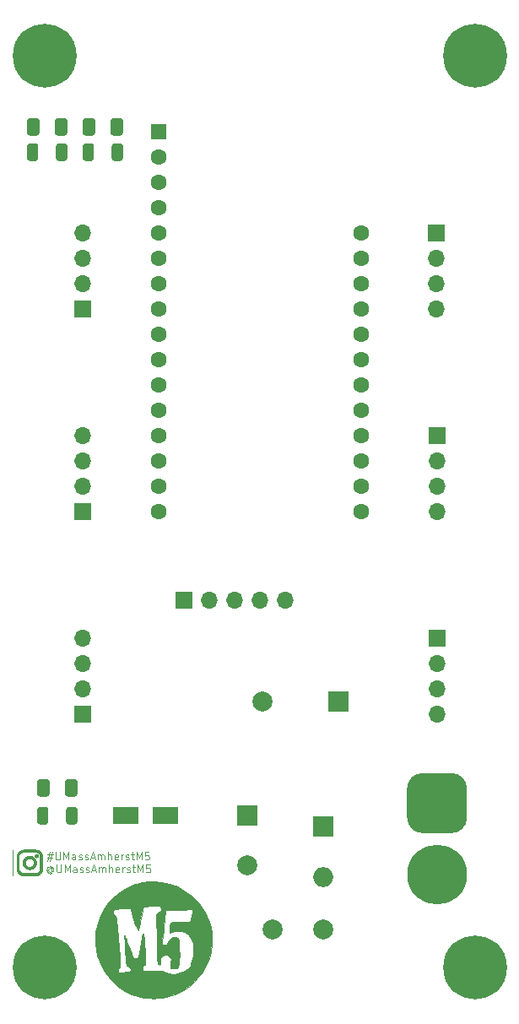
<source format=gts>
G04 #@! TF.GenerationSoftware,KiCad,Pcbnew,(5.1.10)-1*
G04 #@! TF.CreationDate,2022-02-12T13:03:44-05:00*
G04 #@! TF.ProjectId,M5_BuggyProject,4d355f42-7567-4677-9950-726f6a656374,v1.0*
G04 #@! TF.SameCoordinates,Original*
G04 #@! TF.FileFunction,Soldermask,Top*
G04 #@! TF.FilePolarity,Negative*
%FSLAX46Y46*%
G04 Gerber Fmt 4.6, Leading zero omitted, Abs format (unit mm)*
G04 Created by KiCad (PCBNEW (5.1.10)-1) date 2022-02-12 13:03:44*
%MOMM*%
%LPD*%
G01*
G04 APERTURE LIST*
%ADD10C,0.120000*%
%ADD11C,0.076200*%
%ADD12C,0.010000*%
%ADD13C,1.600000*%
%ADD14R,1.600000X1.600000*%
%ADD15R,1.700000X1.700000*%
%ADD16O,1.700000X1.700000*%
%ADD17R,2.000000X2.000000*%
%ADD18C,2.000000*%
%ADD19O,2.000000X2.000000*%
%ADD20C,6.000000*%
%ADD21R,2.500000X1.700000*%
%ADD22C,6.400000*%
%ADD23C,0.800000*%
G04 APERTURE END LIST*
D10*
X72263000Y-109855000D02*
X72263000Y-112395000D01*
D11*
X76136500Y-111741857D02*
X76100214Y-111705571D01*
X76027642Y-111669285D01*
X75955071Y-111669285D01*
X75882500Y-111705571D01*
X75846214Y-111741857D01*
X75809928Y-111814428D01*
X75809928Y-111887000D01*
X75846214Y-111959571D01*
X75882500Y-111995857D01*
X75955071Y-112032142D01*
X76027642Y-112032142D01*
X76100214Y-111995857D01*
X76136500Y-111959571D01*
X76136500Y-111669285D02*
X76136500Y-111959571D01*
X76172785Y-111995857D01*
X76209071Y-111995857D01*
X76281642Y-111959571D01*
X76317928Y-111887000D01*
X76317928Y-111705571D01*
X76245357Y-111596714D01*
X76136500Y-111524142D01*
X75991357Y-111487857D01*
X75846214Y-111524142D01*
X75737357Y-111596714D01*
X75664785Y-111705571D01*
X75628500Y-111850714D01*
X75664785Y-111995857D01*
X75737357Y-112104714D01*
X75846214Y-112177285D01*
X75991357Y-112213571D01*
X76136500Y-112177285D01*
X76245357Y-112104714D01*
X76644500Y-111342714D02*
X76644500Y-111959571D01*
X76680785Y-112032142D01*
X76717071Y-112068428D01*
X76789642Y-112104714D01*
X76934785Y-112104714D01*
X77007357Y-112068428D01*
X77043642Y-112032142D01*
X77079928Y-111959571D01*
X77079928Y-111342714D01*
X77442785Y-112104714D02*
X77442785Y-111342714D01*
X77696785Y-111887000D01*
X77950785Y-111342714D01*
X77950785Y-112104714D01*
X78640214Y-112104714D02*
X78640214Y-111705571D01*
X78603928Y-111633000D01*
X78531357Y-111596714D01*
X78386214Y-111596714D01*
X78313642Y-111633000D01*
X78640214Y-112068428D02*
X78567642Y-112104714D01*
X78386214Y-112104714D01*
X78313642Y-112068428D01*
X78277357Y-111995857D01*
X78277357Y-111923285D01*
X78313642Y-111850714D01*
X78386214Y-111814428D01*
X78567642Y-111814428D01*
X78640214Y-111778142D01*
X78966785Y-112068428D02*
X79039357Y-112104714D01*
X79184500Y-112104714D01*
X79257071Y-112068428D01*
X79293357Y-111995857D01*
X79293357Y-111959571D01*
X79257071Y-111887000D01*
X79184500Y-111850714D01*
X79075642Y-111850714D01*
X79003071Y-111814428D01*
X78966785Y-111741857D01*
X78966785Y-111705571D01*
X79003071Y-111633000D01*
X79075642Y-111596714D01*
X79184500Y-111596714D01*
X79257071Y-111633000D01*
X79583642Y-112068428D02*
X79656214Y-112104714D01*
X79801357Y-112104714D01*
X79873928Y-112068428D01*
X79910214Y-111995857D01*
X79910214Y-111959571D01*
X79873928Y-111887000D01*
X79801357Y-111850714D01*
X79692500Y-111850714D01*
X79619928Y-111814428D01*
X79583642Y-111741857D01*
X79583642Y-111705571D01*
X79619928Y-111633000D01*
X79692500Y-111596714D01*
X79801357Y-111596714D01*
X79873928Y-111633000D01*
X80200500Y-111887000D02*
X80563357Y-111887000D01*
X80127928Y-112104714D02*
X80381928Y-111342714D01*
X80635928Y-112104714D01*
X80889928Y-112104714D02*
X80889928Y-111596714D01*
X80889928Y-111669285D02*
X80926214Y-111633000D01*
X80998785Y-111596714D01*
X81107642Y-111596714D01*
X81180214Y-111633000D01*
X81216500Y-111705571D01*
X81216500Y-112104714D01*
X81216500Y-111705571D02*
X81252785Y-111633000D01*
X81325357Y-111596714D01*
X81434214Y-111596714D01*
X81506785Y-111633000D01*
X81543071Y-111705571D01*
X81543071Y-112104714D01*
X81905928Y-112104714D02*
X81905928Y-111342714D01*
X82232500Y-112104714D02*
X82232500Y-111705571D01*
X82196214Y-111633000D01*
X82123642Y-111596714D01*
X82014785Y-111596714D01*
X81942214Y-111633000D01*
X81905928Y-111669285D01*
X82885642Y-112068428D02*
X82813071Y-112104714D01*
X82667928Y-112104714D01*
X82595357Y-112068428D01*
X82559071Y-111995857D01*
X82559071Y-111705571D01*
X82595357Y-111633000D01*
X82667928Y-111596714D01*
X82813071Y-111596714D01*
X82885642Y-111633000D01*
X82921928Y-111705571D01*
X82921928Y-111778142D01*
X82559071Y-111850714D01*
X83248500Y-112104714D02*
X83248500Y-111596714D01*
X83248500Y-111741857D02*
X83284785Y-111669285D01*
X83321071Y-111633000D01*
X83393642Y-111596714D01*
X83466214Y-111596714D01*
X83683928Y-112068428D02*
X83756500Y-112104714D01*
X83901642Y-112104714D01*
X83974214Y-112068428D01*
X84010500Y-111995857D01*
X84010500Y-111959571D01*
X83974214Y-111887000D01*
X83901642Y-111850714D01*
X83792785Y-111850714D01*
X83720214Y-111814428D01*
X83683928Y-111741857D01*
X83683928Y-111705571D01*
X83720214Y-111633000D01*
X83792785Y-111596714D01*
X83901642Y-111596714D01*
X83974214Y-111633000D01*
X84228214Y-111596714D02*
X84518500Y-111596714D01*
X84337071Y-111342714D02*
X84337071Y-111995857D01*
X84373357Y-112068428D01*
X84445928Y-112104714D01*
X84518500Y-112104714D01*
X84772500Y-112104714D02*
X84772500Y-111342714D01*
X85026500Y-111887000D01*
X85280500Y-111342714D01*
X85280500Y-112104714D01*
X86006214Y-111342714D02*
X85643357Y-111342714D01*
X85607071Y-111705571D01*
X85643357Y-111669285D01*
X85715928Y-111633000D01*
X85897357Y-111633000D01*
X85969928Y-111669285D01*
X86006214Y-111705571D01*
X86042500Y-111778142D01*
X86042500Y-111959571D01*
X86006214Y-112032142D01*
X85969928Y-112068428D01*
X85897357Y-112104714D01*
X85715928Y-112104714D01*
X85643357Y-112068428D01*
X85607071Y-112032142D01*
X75737357Y-110326714D02*
X76281642Y-110326714D01*
X75955071Y-110000142D02*
X75737357Y-110979857D01*
X76209071Y-110653285D02*
X75664785Y-110653285D01*
X75991357Y-110979857D02*
X76209071Y-110000142D01*
X76535642Y-110072714D02*
X76535642Y-110689571D01*
X76571928Y-110762142D01*
X76608214Y-110798428D01*
X76680785Y-110834714D01*
X76825928Y-110834714D01*
X76898500Y-110798428D01*
X76934785Y-110762142D01*
X76971071Y-110689571D01*
X76971071Y-110072714D01*
X77333928Y-110834714D02*
X77333928Y-110072714D01*
X77587928Y-110617000D01*
X77841928Y-110072714D01*
X77841928Y-110834714D01*
X78531357Y-110834714D02*
X78531357Y-110435571D01*
X78495071Y-110363000D01*
X78422500Y-110326714D01*
X78277357Y-110326714D01*
X78204785Y-110363000D01*
X78531357Y-110798428D02*
X78458785Y-110834714D01*
X78277357Y-110834714D01*
X78204785Y-110798428D01*
X78168500Y-110725857D01*
X78168500Y-110653285D01*
X78204785Y-110580714D01*
X78277357Y-110544428D01*
X78458785Y-110544428D01*
X78531357Y-110508142D01*
X78857928Y-110798428D02*
X78930500Y-110834714D01*
X79075642Y-110834714D01*
X79148214Y-110798428D01*
X79184500Y-110725857D01*
X79184500Y-110689571D01*
X79148214Y-110617000D01*
X79075642Y-110580714D01*
X78966785Y-110580714D01*
X78894214Y-110544428D01*
X78857928Y-110471857D01*
X78857928Y-110435571D01*
X78894214Y-110363000D01*
X78966785Y-110326714D01*
X79075642Y-110326714D01*
X79148214Y-110363000D01*
X79474785Y-110798428D02*
X79547357Y-110834714D01*
X79692500Y-110834714D01*
X79765071Y-110798428D01*
X79801357Y-110725857D01*
X79801357Y-110689571D01*
X79765071Y-110617000D01*
X79692500Y-110580714D01*
X79583642Y-110580714D01*
X79511071Y-110544428D01*
X79474785Y-110471857D01*
X79474785Y-110435571D01*
X79511071Y-110363000D01*
X79583642Y-110326714D01*
X79692500Y-110326714D01*
X79765071Y-110363000D01*
X80091642Y-110617000D02*
X80454500Y-110617000D01*
X80019071Y-110834714D02*
X80273071Y-110072714D01*
X80527071Y-110834714D01*
X80781071Y-110834714D02*
X80781071Y-110326714D01*
X80781071Y-110399285D02*
X80817357Y-110363000D01*
X80889928Y-110326714D01*
X80998785Y-110326714D01*
X81071357Y-110363000D01*
X81107642Y-110435571D01*
X81107642Y-110834714D01*
X81107642Y-110435571D02*
X81143928Y-110363000D01*
X81216500Y-110326714D01*
X81325357Y-110326714D01*
X81397928Y-110363000D01*
X81434214Y-110435571D01*
X81434214Y-110834714D01*
X81797071Y-110834714D02*
X81797071Y-110072714D01*
X82123642Y-110834714D02*
X82123642Y-110435571D01*
X82087357Y-110363000D01*
X82014785Y-110326714D01*
X81905928Y-110326714D01*
X81833357Y-110363000D01*
X81797071Y-110399285D01*
X82776785Y-110798428D02*
X82704214Y-110834714D01*
X82559071Y-110834714D01*
X82486500Y-110798428D01*
X82450214Y-110725857D01*
X82450214Y-110435571D01*
X82486500Y-110363000D01*
X82559071Y-110326714D01*
X82704214Y-110326714D01*
X82776785Y-110363000D01*
X82813071Y-110435571D01*
X82813071Y-110508142D01*
X82450214Y-110580714D01*
X83139642Y-110834714D02*
X83139642Y-110326714D01*
X83139642Y-110471857D02*
X83175928Y-110399285D01*
X83212214Y-110363000D01*
X83284785Y-110326714D01*
X83357357Y-110326714D01*
X83575071Y-110798428D02*
X83647642Y-110834714D01*
X83792785Y-110834714D01*
X83865357Y-110798428D01*
X83901642Y-110725857D01*
X83901642Y-110689571D01*
X83865357Y-110617000D01*
X83792785Y-110580714D01*
X83683928Y-110580714D01*
X83611357Y-110544428D01*
X83575071Y-110471857D01*
X83575071Y-110435571D01*
X83611357Y-110363000D01*
X83683928Y-110326714D01*
X83792785Y-110326714D01*
X83865357Y-110363000D01*
X84119357Y-110326714D02*
X84409642Y-110326714D01*
X84228214Y-110072714D02*
X84228214Y-110725857D01*
X84264500Y-110798428D01*
X84337071Y-110834714D01*
X84409642Y-110834714D01*
X84663642Y-110834714D02*
X84663642Y-110072714D01*
X84917642Y-110617000D01*
X85171642Y-110072714D01*
X85171642Y-110834714D01*
X85897357Y-110072714D02*
X85534500Y-110072714D01*
X85498214Y-110435571D01*
X85534500Y-110399285D01*
X85607071Y-110363000D01*
X85788500Y-110363000D01*
X85861071Y-110399285D01*
X85897357Y-110435571D01*
X85933642Y-110508142D01*
X85933642Y-110689571D01*
X85897357Y-110762142D01*
X85861071Y-110798428D01*
X85788500Y-110834714D01*
X85607071Y-110834714D01*
X85534500Y-110798428D01*
X85498214Y-110762142D01*
D12*
G04 #@! TO.C,G\u002A\u002A\u002A*
G36*
X87083612Y-113054282D02*
G01*
X87668964Y-113157303D01*
X88241071Y-113319947D01*
X88795001Y-113541798D01*
X88915875Y-113599463D01*
X89448188Y-113895072D01*
X89939894Y-114236601D01*
X90389131Y-114620243D01*
X90794037Y-115042193D01*
X91152750Y-115498647D01*
X91463408Y-115985799D01*
X91724150Y-116499843D01*
X91933114Y-117036975D01*
X92088437Y-117593389D01*
X92188259Y-118165280D01*
X92230716Y-118748843D01*
X92213948Y-119340272D01*
X92136093Y-119935763D01*
X92101485Y-120110250D01*
X91948138Y-120679889D01*
X91738530Y-121226938D01*
X91476295Y-121747776D01*
X91165066Y-122238779D01*
X90808477Y-122696328D01*
X90410160Y-123116799D01*
X89973750Y-123496572D01*
X89502880Y-123832025D01*
X89001183Y-124119536D01*
X88472293Y-124355483D01*
X87919843Y-124536246D01*
X87580822Y-124616253D01*
X87187201Y-124680987D01*
X86772362Y-124722364D01*
X86361194Y-124738741D01*
X85978586Y-124728478D01*
X85931375Y-124725033D01*
X85315753Y-124645816D01*
X84723030Y-124507641D01*
X84154560Y-124311079D01*
X83611695Y-124056699D01*
X83095788Y-123745072D01*
X82608193Y-123376767D01*
X82489986Y-123275117D01*
X82112799Y-122907512D01*
X81761307Y-122495945D01*
X81444365Y-122053014D01*
X81170827Y-121591316D01*
X80949547Y-121123448D01*
X80912634Y-121031000D01*
X80715626Y-120437978D01*
X80581630Y-119842268D01*
X80510570Y-119245878D01*
X80502369Y-118650816D01*
X80556953Y-118059090D01*
X80674246Y-117472708D01*
X80854171Y-116893678D01*
X81089537Y-116338730D01*
X81180415Y-116172656D01*
X82329705Y-116172656D01*
X82339407Y-116244272D01*
X82372186Y-116309373D01*
X82436617Y-116392871D01*
X82452329Y-116411887D01*
X82527795Y-116514514D01*
X82588235Y-116617391D01*
X82614861Y-116681250D01*
X82622899Y-116731296D01*
X82635633Y-116838263D01*
X82652495Y-116995790D01*
X82672914Y-117197517D01*
X82696320Y-117437083D01*
X82722142Y-117708128D01*
X82749812Y-118004291D01*
X82778758Y-118319212D01*
X82808410Y-118646531D01*
X82838199Y-118979887D01*
X82867555Y-119312919D01*
X82895907Y-119639267D01*
X82922685Y-119952570D01*
X82947320Y-120246469D01*
X82969241Y-120514602D01*
X82987878Y-120750610D01*
X83002661Y-120948131D01*
X83013020Y-121100805D01*
X83016690Y-121164610D01*
X83024331Y-121323668D01*
X83026616Y-121433265D01*
X83021666Y-121507346D01*
X83007598Y-121559855D01*
X82982535Y-121604735D01*
X82951694Y-121646628D01*
X82856036Y-121798429D01*
X82815122Y-121935023D01*
X82819207Y-122038732D01*
X82832976Y-122096984D01*
X82857501Y-122127860D01*
X82909726Y-122140051D01*
X83006596Y-122142245D01*
X83021069Y-122142250D01*
X83134506Y-122137918D01*
X83280283Y-122126185D01*
X83443911Y-122108942D01*
X83610904Y-122088084D01*
X83766774Y-122065501D01*
X83897034Y-122043086D01*
X83987195Y-122022732D01*
X84016054Y-122012277D01*
X84058774Y-121957451D01*
X84074184Y-121868959D01*
X84059941Y-121771522D01*
X84042757Y-121730448D01*
X83999452Y-121682397D01*
X83920428Y-121619552D01*
X83851377Y-121573537D01*
X83759245Y-121507863D01*
X83689576Y-121441817D01*
X83664098Y-121403616D01*
X83640409Y-121313734D01*
X83615376Y-121169548D01*
X83589979Y-120980208D01*
X83565197Y-120754866D01*
X83542009Y-120502677D01*
X83521397Y-120232790D01*
X83504339Y-119954359D01*
X83500139Y-119872125D01*
X83483510Y-119528883D01*
X83469915Y-119243847D01*
X83459196Y-119011799D01*
X83451193Y-118827526D01*
X83445748Y-118685812D01*
X83442702Y-118581441D01*
X83441896Y-118509199D01*
X83443172Y-118463871D01*
X83446370Y-118440240D01*
X83451332Y-118433093D01*
X83456402Y-118435677D01*
X83472844Y-118470093D01*
X83508338Y-118557321D01*
X83560258Y-118690485D01*
X83625979Y-118862712D01*
X83702878Y-119067125D01*
X83788328Y-119296850D01*
X83874023Y-119529510D01*
X83966300Y-119778792D01*
X84053895Y-120010861D01*
X84133961Y-120218518D01*
X84203654Y-120394564D01*
X84260127Y-120531799D01*
X84300534Y-120623026D01*
X84320929Y-120659973D01*
X84390702Y-120696971D01*
X84496197Y-120710684D01*
X84614783Y-120702873D01*
X84723826Y-120675295D01*
X84800697Y-120629710D01*
X84807469Y-120622158D01*
X84831588Y-120567631D01*
X84863139Y-120458696D01*
X84900455Y-120303790D01*
X84941868Y-120111350D01*
X84985711Y-119889812D01*
X85030317Y-119647613D01*
X85074018Y-119393191D01*
X85115147Y-119134982D01*
X85152037Y-118881422D01*
X85153332Y-118872000D01*
X85185652Y-118640231D01*
X85211898Y-118466104D01*
X85233913Y-118344255D01*
X85253543Y-118269321D01*
X85272631Y-118235938D01*
X85293021Y-118238743D01*
X85316557Y-118272373D01*
X85341727Y-118324065D01*
X85357907Y-118369327D01*
X85373099Y-118434649D01*
X85387778Y-118525161D01*
X85402416Y-118645996D01*
X85417487Y-118802285D01*
X85433465Y-118999160D01*
X85450825Y-119241753D01*
X85470039Y-119535194D01*
X85491582Y-119884617D01*
X85502193Y-120062003D01*
X85521036Y-120377029D01*
X85536401Y-120634651D01*
X85548121Y-120840880D01*
X85556032Y-121001725D01*
X85559967Y-121123196D01*
X85559760Y-121211303D01*
X85555247Y-121272056D01*
X85546261Y-121311464D01*
X85532636Y-121335538D01*
X85514208Y-121350288D01*
X85490809Y-121361723D01*
X85466027Y-121373789D01*
X85349508Y-121446543D01*
X85282469Y-121519303D01*
X85253151Y-121608858D01*
X85248750Y-121683962D01*
X85256265Y-121787755D01*
X85275099Y-121873829D01*
X85283525Y-121893903D01*
X85295188Y-121912310D01*
X85312842Y-121926770D01*
X85343408Y-121937664D01*
X85393807Y-121945374D01*
X85470961Y-121950280D01*
X85581791Y-121952762D01*
X85733218Y-121953203D01*
X85932164Y-121951983D01*
X86185550Y-121949483D01*
X86275713Y-121948513D01*
X87233125Y-121938144D01*
X87439500Y-122052464D01*
X87551889Y-122109138D01*
X87673273Y-122157328D01*
X87818332Y-122201714D01*
X88001747Y-122246976D01*
X88153875Y-122280221D01*
X88310323Y-122295664D01*
X88507536Y-122283091D01*
X88753209Y-122241991D01*
X88764111Y-122239755D01*
X89019361Y-122169758D01*
X89275898Y-122068095D01*
X89519724Y-121942526D01*
X89736841Y-121800809D01*
X89913248Y-121650703D01*
X89995844Y-121557081D01*
X90065769Y-121438727D01*
X90138314Y-121267337D01*
X90210016Y-121053086D01*
X90277412Y-120806145D01*
X90328227Y-120580588D01*
X90355562Y-120436338D01*
X90374160Y-120305753D01*
X90385171Y-120171741D01*
X90389747Y-120017206D01*
X90389038Y-119825054D01*
X90387021Y-119707463D01*
X90376375Y-119173625D01*
X90217727Y-118872000D01*
X90036974Y-118581661D01*
X89830078Y-118347671D01*
X89598063Y-118171119D01*
X89514921Y-118125018D01*
X89424717Y-118082324D01*
X89343531Y-118054012D01*
X89253157Y-118036540D01*
X89135389Y-118026367D01*
X88975262Y-118020049D01*
X88566149Y-118033389D01*
X88161893Y-118095153D01*
X88014274Y-118131003D01*
X87938174Y-118151594D01*
X87960990Y-117810989D01*
X87980122Y-117564458D01*
X88000863Y-117376829D01*
X88023993Y-117243507D01*
X88050297Y-117159899D01*
X88078244Y-117122763D01*
X88120270Y-117115605D01*
X88217352Y-117109096D01*
X88361046Y-117103486D01*
X88542907Y-117099026D01*
X88754495Y-117095963D01*
X88987363Y-117094548D01*
X89034937Y-117094486D01*
X89300782Y-117094108D01*
X89510406Y-117092988D01*
X89671088Y-117090675D01*
X89790107Y-117086717D01*
X89874741Y-117080662D01*
X89932269Y-117072060D01*
X89969970Y-117060458D01*
X89995123Y-117045405D01*
X90007610Y-117034139D01*
X90041077Y-116975944D01*
X90080944Y-116868659D01*
X90123721Y-116725920D01*
X90165917Y-116561361D01*
X90204043Y-116388619D01*
X90234611Y-116221329D01*
X90254129Y-116073127D01*
X90254466Y-116069564D01*
X90259580Y-115924178D01*
X90237006Y-115830595D01*
X90178656Y-115780220D01*
X90076442Y-115764456D01*
X89972242Y-115769612D01*
X89856233Y-115787401D01*
X89755766Y-115815204D01*
X89710947Y-115836089D01*
X89683522Y-115849811D01*
X89643561Y-115860413D01*
X89584285Y-115868076D01*
X89498914Y-115872981D01*
X89380671Y-115875312D01*
X89222775Y-115875249D01*
X89018447Y-115872975D01*
X88760910Y-115868670D01*
X88605534Y-115865725D01*
X87575904Y-115845707D01*
X87555862Y-115925562D01*
X87547169Y-115981430D01*
X87534933Y-116089280D01*
X87520273Y-116237764D01*
X87504305Y-116415536D01*
X87488147Y-116611246D01*
X87487366Y-116621146D01*
X87468741Y-116845992D01*
X87447706Y-117080527D01*
X87426112Y-117305320D01*
X87405811Y-117500937D01*
X87392416Y-117617875D01*
X87345653Y-118006334D01*
X87307482Y-118335702D01*
X87277581Y-118609755D01*
X87255625Y-118832272D01*
X87241291Y-119007032D01*
X87234257Y-119137814D01*
X87234199Y-119228395D01*
X87240794Y-119282555D01*
X87248528Y-119300056D01*
X87305412Y-119329516D01*
X87400741Y-119345664D01*
X87510680Y-119347568D01*
X87611392Y-119334297D01*
X87662245Y-119316234D01*
X87705075Y-119273796D01*
X87763969Y-119190643D01*
X87827459Y-119083283D01*
X87838875Y-119061930D01*
X87972146Y-118853163D01*
X88120518Y-118705841D01*
X88284571Y-118619595D01*
X88464885Y-118594053D01*
X88556159Y-118603039D01*
X88650817Y-118625297D01*
X88728639Y-118660993D01*
X88791390Y-118716051D01*
X88840838Y-118796396D01*
X88878751Y-118907953D01*
X88906895Y-119056645D01*
X88927037Y-119248397D01*
X88940944Y-119489134D01*
X88950384Y-119784779D01*
X88953612Y-119935625D01*
X88958092Y-120204496D01*
X88959777Y-120421923D01*
X88958216Y-120599915D01*
X88952961Y-120750484D01*
X88943563Y-120885642D01*
X88929572Y-121017398D01*
X88910541Y-121157765D01*
X88907030Y-121181610D01*
X88881083Y-121341172D01*
X88854260Y-121480188D01*
X88829425Y-121585383D01*
X88809444Y-121643478D01*
X88806365Y-121648178D01*
X88744754Y-121686388D01*
X88637708Y-121719432D01*
X88503274Y-121743783D01*
X88359496Y-121755914D01*
X88259504Y-121755056D01*
X88090375Y-121745375D01*
X88100795Y-121233369D01*
X88111215Y-120721364D01*
X88008551Y-120604436D01*
X87876945Y-120485319D01*
X87729777Y-120402476D01*
X87585753Y-120365887D01*
X87559827Y-120364991D01*
X87456567Y-120384484D01*
X87336438Y-120433766D01*
X87221122Y-120500909D01*
X87132305Y-120573985D01*
X87099438Y-120618250D01*
X87079612Y-120691732D01*
X87065712Y-120814065D01*
X87059244Y-120970755D01*
X87058968Y-121008183D01*
X87055477Y-121169781D01*
X87043182Y-121275221D01*
X87018474Y-121331635D01*
X86977749Y-121346151D01*
X86917400Y-121325901D01*
X86902230Y-121318077D01*
X86871107Y-121301562D01*
X86844129Y-121284726D01*
X86820908Y-121263127D01*
X86801056Y-121232325D01*
X86784184Y-121187878D01*
X86769904Y-121125345D01*
X86757826Y-121040283D01*
X86747563Y-120928252D01*
X86738726Y-120784810D01*
X86730926Y-120605515D01*
X86723774Y-120385927D01*
X86716883Y-120121603D01*
X86709863Y-119808102D01*
X86702326Y-119440984D01*
X86693884Y-119015805D01*
X86691853Y-118913320D01*
X86684447Y-118538142D01*
X86677403Y-118177298D01*
X86670827Y-117836495D01*
X86664825Y-117521441D01*
X86659503Y-117237844D01*
X86654969Y-116991411D01*
X86651329Y-116787851D01*
X86648689Y-116632871D01*
X86647156Y-116532178D01*
X86646809Y-116499792D01*
X86649998Y-116383118D01*
X86666187Y-116304822D01*
X86702992Y-116240009D01*
X86740006Y-116195107D01*
X86823463Y-116120239D01*
X86914940Y-116066301D01*
X86938040Y-116057992D01*
X87024063Y-116013752D01*
X87083359Y-115949927D01*
X87109750Y-115851760D01*
X87109757Y-115728218D01*
X87086553Y-115605926D01*
X87043309Y-115511510D01*
X87029140Y-115494779D01*
X87007871Y-115475428D01*
X86982566Y-115461113D01*
X86945228Y-115451686D01*
X86887859Y-115446999D01*
X86802459Y-115446903D01*
X86681030Y-115451253D01*
X86515573Y-115459898D01*
X86298091Y-115472692D01*
X86189508Y-115479255D01*
X85918094Y-115497202D01*
X85696818Y-115515015D01*
X85528984Y-115532352D01*
X85417901Y-115548870D01*
X85366873Y-115564225D01*
X85366193Y-115564756D01*
X85324874Y-115623867D01*
X85301690Y-115689774D01*
X85290865Y-115741446D01*
X85268776Y-115847036D01*
X85237147Y-115998306D01*
X85197699Y-116187015D01*
X85152155Y-116404925D01*
X85102237Y-116643796D01*
X85075911Y-116769790D01*
X85024383Y-117015894D01*
X84976215Y-117244984D01*
X84933148Y-117448860D01*
X84896919Y-117619324D01*
X84869270Y-117748180D01*
X84851938Y-117827227D01*
X84847645Y-117845672D01*
X84826947Y-117928139D01*
X84752239Y-117804757D01*
X84647924Y-117609441D01*
X84539742Y-117365049D01*
X84432950Y-117085346D01*
X84332804Y-116784098D01*
X84244882Y-116476295D01*
X84183841Y-116243709D01*
X84135995Y-116065008D01*
X84098743Y-115932575D01*
X84069479Y-115838792D01*
X84045603Y-115776043D01*
X84024510Y-115736709D01*
X84003598Y-115713172D01*
X83980263Y-115697816D01*
X83978548Y-115696892D01*
X83925629Y-115688121D01*
X83821618Y-115686517D01*
X83677543Y-115691094D01*
X83504430Y-115700867D01*
X83313306Y-115714849D01*
X83115197Y-115732056D01*
X82921131Y-115751502D01*
X82742133Y-115772200D01*
X82589231Y-115793166D01*
X82473451Y-115813414D01*
X82405821Y-115831958D01*
X82394951Y-115838441D01*
X82365779Y-115896762D01*
X82342975Y-115995792D01*
X82334504Y-116069613D01*
X82329705Y-116172656D01*
X81180415Y-116172656D01*
X81375668Y-115815847D01*
X81712340Y-115326142D01*
X82095111Y-114873410D01*
X82519541Y-114461446D01*
X82981186Y-114094044D01*
X83475608Y-113775001D01*
X83998363Y-113508109D01*
X84545011Y-113297165D01*
X84708434Y-113246688D01*
X85297428Y-113107085D01*
X85892911Y-113028759D01*
X86489950Y-113011296D01*
X87083612Y-113054282D01*
G37*
X87083612Y-113054282D02*
X87668964Y-113157303D01*
X88241071Y-113319947D01*
X88795001Y-113541798D01*
X88915875Y-113599463D01*
X89448188Y-113895072D01*
X89939894Y-114236601D01*
X90389131Y-114620243D01*
X90794037Y-115042193D01*
X91152750Y-115498647D01*
X91463408Y-115985799D01*
X91724150Y-116499843D01*
X91933114Y-117036975D01*
X92088437Y-117593389D01*
X92188259Y-118165280D01*
X92230716Y-118748843D01*
X92213948Y-119340272D01*
X92136093Y-119935763D01*
X92101485Y-120110250D01*
X91948138Y-120679889D01*
X91738530Y-121226938D01*
X91476295Y-121747776D01*
X91165066Y-122238779D01*
X90808477Y-122696328D01*
X90410160Y-123116799D01*
X89973750Y-123496572D01*
X89502880Y-123832025D01*
X89001183Y-124119536D01*
X88472293Y-124355483D01*
X87919843Y-124536246D01*
X87580822Y-124616253D01*
X87187201Y-124680987D01*
X86772362Y-124722364D01*
X86361194Y-124738741D01*
X85978586Y-124728478D01*
X85931375Y-124725033D01*
X85315753Y-124645816D01*
X84723030Y-124507641D01*
X84154560Y-124311079D01*
X83611695Y-124056699D01*
X83095788Y-123745072D01*
X82608193Y-123376767D01*
X82489986Y-123275117D01*
X82112799Y-122907512D01*
X81761307Y-122495945D01*
X81444365Y-122053014D01*
X81170827Y-121591316D01*
X80949547Y-121123448D01*
X80912634Y-121031000D01*
X80715626Y-120437978D01*
X80581630Y-119842268D01*
X80510570Y-119245878D01*
X80502369Y-118650816D01*
X80556953Y-118059090D01*
X80674246Y-117472708D01*
X80854171Y-116893678D01*
X81089537Y-116338730D01*
X81180415Y-116172656D01*
X82329705Y-116172656D01*
X82339407Y-116244272D01*
X82372186Y-116309373D01*
X82436617Y-116392871D01*
X82452329Y-116411887D01*
X82527795Y-116514514D01*
X82588235Y-116617391D01*
X82614861Y-116681250D01*
X82622899Y-116731296D01*
X82635633Y-116838263D01*
X82652495Y-116995790D01*
X82672914Y-117197517D01*
X82696320Y-117437083D01*
X82722142Y-117708128D01*
X82749812Y-118004291D01*
X82778758Y-118319212D01*
X82808410Y-118646531D01*
X82838199Y-118979887D01*
X82867555Y-119312919D01*
X82895907Y-119639267D01*
X82922685Y-119952570D01*
X82947320Y-120246469D01*
X82969241Y-120514602D01*
X82987878Y-120750610D01*
X83002661Y-120948131D01*
X83013020Y-121100805D01*
X83016690Y-121164610D01*
X83024331Y-121323668D01*
X83026616Y-121433265D01*
X83021666Y-121507346D01*
X83007598Y-121559855D01*
X82982535Y-121604735D01*
X82951694Y-121646628D01*
X82856036Y-121798429D01*
X82815122Y-121935023D01*
X82819207Y-122038732D01*
X82832976Y-122096984D01*
X82857501Y-122127860D01*
X82909726Y-122140051D01*
X83006596Y-122142245D01*
X83021069Y-122142250D01*
X83134506Y-122137918D01*
X83280283Y-122126185D01*
X83443911Y-122108942D01*
X83610904Y-122088084D01*
X83766774Y-122065501D01*
X83897034Y-122043086D01*
X83987195Y-122022732D01*
X84016054Y-122012277D01*
X84058774Y-121957451D01*
X84074184Y-121868959D01*
X84059941Y-121771522D01*
X84042757Y-121730448D01*
X83999452Y-121682397D01*
X83920428Y-121619552D01*
X83851377Y-121573537D01*
X83759245Y-121507863D01*
X83689576Y-121441817D01*
X83664098Y-121403616D01*
X83640409Y-121313734D01*
X83615376Y-121169548D01*
X83589979Y-120980208D01*
X83565197Y-120754866D01*
X83542009Y-120502677D01*
X83521397Y-120232790D01*
X83504339Y-119954359D01*
X83500139Y-119872125D01*
X83483510Y-119528883D01*
X83469915Y-119243847D01*
X83459196Y-119011799D01*
X83451193Y-118827526D01*
X83445748Y-118685812D01*
X83442702Y-118581441D01*
X83441896Y-118509199D01*
X83443172Y-118463871D01*
X83446370Y-118440240D01*
X83451332Y-118433093D01*
X83456402Y-118435677D01*
X83472844Y-118470093D01*
X83508338Y-118557321D01*
X83560258Y-118690485D01*
X83625979Y-118862712D01*
X83702878Y-119067125D01*
X83788328Y-119296850D01*
X83874023Y-119529510D01*
X83966300Y-119778792D01*
X84053895Y-120010861D01*
X84133961Y-120218518D01*
X84203654Y-120394564D01*
X84260127Y-120531799D01*
X84300534Y-120623026D01*
X84320929Y-120659973D01*
X84390702Y-120696971D01*
X84496197Y-120710684D01*
X84614783Y-120702873D01*
X84723826Y-120675295D01*
X84800697Y-120629710D01*
X84807469Y-120622158D01*
X84831588Y-120567631D01*
X84863139Y-120458696D01*
X84900455Y-120303790D01*
X84941868Y-120111350D01*
X84985711Y-119889812D01*
X85030317Y-119647613D01*
X85074018Y-119393191D01*
X85115147Y-119134982D01*
X85152037Y-118881422D01*
X85153332Y-118872000D01*
X85185652Y-118640231D01*
X85211898Y-118466104D01*
X85233913Y-118344255D01*
X85253543Y-118269321D01*
X85272631Y-118235938D01*
X85293021Y-118238743D01*
X85316557Y-118272373D01*
X85341727Y-118324065D01*
X85357907Y-118369327D01*
X85373099Y-118434649D01*
X85387778Y-118525161D01*
X85402416Y-118645996D01*
X85417487Y-118802285D01*
X85433465Y-118999160D01*
X85450825Y-119241753D01*
X85470039Y-119535194D01*
X85491582Y-119884617D01*
X85502193Y-120062003D01*
X85521036Y-120377029D01*
X85536401Y-120634651D01*
X85548121Y-120840880D01*
X85556032Y-121001725D01*
X85559967Y-121123196D01*
X85559760Y-121211303D01*
X85555247Y-121272056D01*
X85546261Y-121311464D01*
X85532636Y-121335538D01*
X85514208Y-121350288D01*
X85490809Y-121361723D01*
X85466027Y-121373789D01*
X85349508Y-121446543D01*
X85282469Y-121519303D01*
X85253151Y-121608858D01*
X85248750Y-121683962D01*
X85256265Y-121787755D01*
X85275099Y-121873829D01*
X85283525Y-121893903D01*
X85295188Y-121912310D01*
X85312842Y-121926770D01*
X85343408Y-121937664D01*
X85393807Y-121945374D01*
X85470961Y-121950280D01*
X85581791Y-121952762D01*
X85733218Y-121953203D01*
X85932164Y-121951983D01*
X86185550Y-121949483D01*
X86275713Y-121948513D01*
X87233125Y-121938144D01*
X87439500Y-122052464D01*
X87551889Y-122109138D01*
X87673273Y-122157328D01*
X87818332Y-122201714D01*
X88001747Y-122246976D01*
X88153875Y-122280221D01*
X88310323Y-122295664D01*
X88507536Y-122283091D01*
X88753209Y-122241991D01*
X88764111Y-122239755D01*
X89019361Y-122169758D01*
X89275898Y-122068095D01*
X89519724Y-121942526D01*
X89736841Y-121800809D01*
X89913248Y-121650703D01*
X89995844Y-121557081D01*
X90065769Y-121438727D01*
X90138314Y-121267337D01*
X90210016Y-121053086D01*
X90277412Y-120806145D01*
X90328227Y-120580588D01*
X90355562Y-120436338D01*
X90374160Y-120305753D01*
X90385171Y-120171741D01*
X90389747Y-120017206D01*
X90389038Y-119825054D01*
X90387021Y-119707463D01*
X90376375Y-119173625D01*
X90217727Y-118872000D01*
X90036974Y-118581661D01*
X89830078Y-118347671D01*
X89598063Y-118171119D01*
X89514921Y-118125018D01*
X89424717Y-118082324D01*
X89343531Y-118054012D01*
X89253157Y-118036540D01*
X89135389Y-118026367D01*
X88975262Y-118020049D01*
X88566149Y-118033389D01*
X88161893Y-118095153D01*
X88014274Y-118131003D01*
X87938174Y-118151594D01*
X87960990Y-117810989D01*
X87980122Y-117564458D01*
X88000863Y-117376829D01*
X88023993Y-117243507D01*
X88050297Y-117159899D01*
X88078244Y-117122763D01*
X88120270Y-117115605D01*
X88217352Y-117109096D01*
X88361046Y-117103486D01*
X88542907Y-117099026D01*
X88754495Y-117095963D01*
X88987363Y-117094548D01*
X89034937Y-117094486D01*
X89300782Y-117094108D01*
X89510406Y-117092988D01*
X89671088Y-117090675D01*
X89790107Y-117086717D01*
X89874741Y-117080662D01*
X89932269Y-117072060D01*
X89969970Y-117060458D01*
X89995123Y-117045405D01*
X90007610Y-117034139D01*
X90041077Y-116975944D01*
X90080944Y-116868659D01*
X90123721Y-116725920D01*
X90165917Y-116561361D01*
X90204043Y-116388619D01*
X90234611Y-116221329D01*
X90254129Y-116073127D01*
X90254466Y-116069564D01*
X90259580Y-115924178D01*
X90237006Y-115830595D01*
X90178656Y-115780220D01*
X90076442Y-115764456D01*
X89972242Y-115769612D01*
X89856233Y-115787401D01*
X89755766Y-115815204D01*
X89710947Y-115836089D01*
X89683522Y-115849811D01*
X89643561Y-115860413D01*
X89584285Y-115868076D01*
X89498914Y-115872981D01*
X89380671Y-115875312D01*
X89222775Y-115875249D01*
X89018447Y-115872975D01*
X88760910Y-115868670D01*
X88605534Y-115865725D01*
X87575904Y-115845707D01*
X87555862Y-115925562D01*
X87547169Y-115981430D01*
X87534933Y-116089280D01*
X87520273Y-116237764D01*
X87504305Y-116415536D01*
X87488147Y-116611246D01*
X87487366Y-116621146D01*
X87468741Y-116845992D01*
X87447706Y-117080527D01*
X87426112Y-117305320D01*
X87405811Y-117500937D01*
X87392416Y-117617875D01*
X87345653Y-118006334D01*
X87307482Y-118335702D01*
X87277581Y-118609755D01*
X87255625Y-118832272D01*
X87241291Y-119007032D01*
X87234257Y-119137814D01*
X87234199Y-119228395D01*
X87240794Y-119282555D01*
X87248528Y-119300056D01*
X87305412Y-119329516D01*
X87400741Y-119345664D01*
X87510680Y-119347568D01*
X87611392Y-119334297D01*
X87662245Y-119316234D01*
X87705075Y-119273796D01*
X87763969Y-119190643D01*
X87827459Y-119083283D01*
X87838875Y-119061930D01*
X87972146Y-118853163D01*
X88120518Y-118705841D01*
X88284571Y-118619595D01*
X88464885Y-118594053D01*
X88556159Y-118603039D01*
X88650817Y-118625297D01*
X88728639Y-118660993D01*
X88791390Y-118716051D01*
X88840838Y-118796396D01*
X88878751Y-118907953D01*
X88906895Y-119056645D01*
X88927037Y-119248397D01*
X88940944Y-119489134D01*
X88950384Y-119784779D01*
X88953612Y-119935625D01*
X88958092Y-120204496D01*
X88959777Y-120421923D01*
X88958216Y-120599915D01*
X88952961Y-120750484D01*
X88943563Y-120885642D01*
X88929572Y-121017398D01*
X88910541Y-121157765D01*
X88907030Y-121181610D01*
X88881083Y-121341172D01*
X88854260Y-121480188D01*
X88829425Y-121585383D01*
X88809444Y-121643478D01*
X88806365Y-121648178D01*
X88744754Y-121686388D01*
X88637708Y-121719432D01*
X88503274Y-121743783D01*
X88359496Y-121755914D01*
X88259504Y-121755056D01*
X88090375Y-121745375D01*
X88100795Y-121233369D01*
X88111215Y-120721364D01*
X88008551Y-120604436D01*
X87876945Y-120485319D01*
X87729777Y-120402476D01*
X87585753Y-120365887D01*
X87559827Y-120364991D01*
X87456567Y-120384484D01*
X87336438Y-120433766D01*
X87221122Y-120500909D01*
X87132305Y-120573985D01*
X87099438Y-120618250D01*
X87079612Y-120691732D01*
X87065712Y-120814065D01*
X87059244Y-120970755D01*
X87058968Y-121008183D01*
X87055477Y-121169781D01*
X87043182Y-121275221D01*
X87018474Y-121331635D01*
X86977749Y-121346151D01*
X86917400Y-121325901D01*
X86902230Y-121318077D01*
X86871107Y-121301562D01*
X86844129Y-121284726D01*
X86820908Y-121263127D01*
X86801056Y-121232325D01*
X86784184Y-121187878D01*
X86769904Y-121125345D01*
X86757826Y-121040283D01*
X86747563Y-120928252D01*
X86738726Y-120784810D01*
X86730926Y-120605515D01*
X86723774Y-120385927D01*
X86716883Y-120121603D01*
X86709863Y-119808102D01*
X86702326Y-119440984D01*
X86693884Y-119015805D01*
X86691853Y-118913320D01*
X86684447Y-118538142D01*
X86677403Y-118177298D01*
X86670827Y-117836495D01*
X86664825Y-117521441D01*
X86659503Y-117237844D01*
X86654969Y-116991411D01*
X86651329Y-116787851D01*
X86648689Y-116632871D01*
X86647156Y-116532178D01*
X86646809Y-116499792D01*
X86649998Y-116383118D01*
X86666187Y-116304822D01*
X86702992Y-116240009D01*
X86740006Y-116195107D01*
X86823463Y-116120239D01*
X86914940Y-116066301D01*
X86938040Y-116057992D01*
X87024063Y-116013752D01*
X87083359Y-115949927D01*
X87109750Y-115851760D01*
X87109757Y-115728218D01*
X87086553Y-115605926D01*
X87043309Y-115511510D01*
X87029140Y-115494779D01*
X87007871Y-115475428D01*
X86982566Y-115461113D01*
X86945228Y-115451686D01*
X86887859Y-115446999D01*
X86802459Y-115446903D01*
X86681030Y-115451253D01*
X86515573Y-115459898D01*
X86298091Y-115472692D01*
X86189508Y-115479255D01*
X85918094Y-115497202D01*
X85696818Y-115515015D01*
X85528984Y-115532352D01*
X85417901Y-115548870D01*
X85366873Y-115564225D01*
X85366193Y-115564756D01*
X85324874Y-115623867D01*
X85301690Y-115689774D01*
X85290865Y-115741446D01*
X85268776Y-115847036D01*
X85237147Y-115998306D01*
X85197699Y-116187015D01*
X85152155Y-116404925D01*
X85102237Y-116643796D01*
X85075911Y-116769790D01*
X85024383Y-117015894D01*
X84976215Y-117244984D01*
X84933148Y-117448860D01*
X84896919Y-117619324D01*
X84869270Y-117748180D01*
X84851938Y-117827227D01*
X84847645Y-117845672D01*
X84826947Y-117928139D01*
X84752239Y-117804757D01*
X84647924Y-117609441D01*
X84539742Y-117365049D01*
X84432950Y-117085346D01*
X84332804Y-116784098D01*
X84244882Y-116476295D01*
X84183841Y-116243709D01*
X84135995Y-116065008D01*
X84098743Y-115932575D01*
X84069479Y-115838792D01*
X84045603Y-115776043D01*
X84024510Y-115736709D01*
X84003598Y-115713172D01*
X83980263Y-115697816D01*
X83978548Y-115696892D01*
X83925629Y-115688121D01*
X83821618Y-115686517D01*
X83677543Y-115691094D01*
X83504430Y-115700867D01*
X83313306Y-115714849D01*
X83115197Y-115732056D01*
X82921131Y-115751502D01*
X82742133Y-115772200D01*
X82589231Y-115793166D01*
X82473451Y-115813414D01*
X82405821Y-115831958D01*
X82394951Y-115838441D01*
X82365779Y-115896762D01*
X82342975Y-115995792D01*
X82334504Y-116069613D01*
X82329705Y-116172656D01*
X81180415Y-116172656D01*
X81375668Y-115815847D01*
X81712340Y-115326142D01*
X82095111Y-114873410D01*
X82519541Y-114461446D01*
X82981186Y-114094044D01*
X83475608Y-113775001D01*
X83998363Y-113508109D01*
X84545011Y-113297165D01*
X84708434Y-113246688D01*
X85297428Y-113107085D01*
X85892911Y-113028759D01*
X86489950Y-113011296D01*
X87083612Y-113054282D01*
G36*
X73987145Y-109823704D02*
G01*
X74060893Y-109823849D01*
X74133095Y-109824093D01*
X74202970Y-109824434D01*
X74269738Y-109824873D01*
X74332618Y-109825411D01*
X74390830Y-109826047D01*
X74443594Y-109826782D01*
X74490128Y-109827614D01*
X74529654Y-109828545D01*
X74561389Y-109829574D01*
X74584555Y-109830701D01*
X74598370Y-109831926D01*
X74598689Y-109831973D01*
X74682315Y-109849484D01*
X74761860Y-109875980D01*
X74836786Y-109910923D01*
X74906556Y-109953775D01*
X74970632Y-110003998D01*
X75028477Y-110061055D01*
X75079552Y-110124409D01*
X75123321Y-110193521D01*
X75159245Y-110267855D01*
X75186787Y-110346871D01*
X75205410Y-110430034D01*
X75207026Y-110440310D01*
X75208255Y-110453767D01*
X75209386Y-110476603D01*
X75210418Y-110508038D01*
X75211352Y-110547292D01*
X75212188Y-110593583D01*
X75212926Y-110646132D01*
X75213566Y-110704158D01*
X75214108Y-110766880D01*
X75214551Y-110833519D01*
X75214897Y-110903294D01*
X75215144Y-110975424D01*
X75215293Y-111049130D01*
X75215344Y-111123630D01*
X75215296Y-111198145D01*
X75215151Y-111271893D01*
X75214907Y-111344095D01*
X75214566Y-111413970D01*
X75214126Y-111480738D01*
X75213588Y-111543618D01*
X75212952Y-111601830D01*
X75212217Y-111654594D01*
X75211385Y-111701128D01*
X75210454Y-111740654D01*
X75209425Y-111772389D01*
X75208298Y-111795555D01*
X75207073Y-111809370D01*
X75207026Y-111809689D01*
X75189515Y-111893315D01*
X75163019Y-111972860D01*
X75128076Y-112047786D01*
X75085224Y-112117556D01*
X75035001Y-112181632D01*
X74977944Y-112239477D01*
X74914590Y-112290552D01*
X74845478Y-112334321D01*
X74771144Y-112370245D01*
X74692128Y-112397787D01*
X74608965Y-112416410D01*
X74598689Y-112418026D01*
X74586000Y-112419146D01*
X74563954Y-112420176D01*
X74533319Y-112421116D01*
X74494867Y-112421967D01*
X74449366Y-112422729D01*
X74397586Y-112423401D01*
X74340297Y-112423984D01*
X74278269Y-112424478D01*
X74212272Y-112424884D01*
X74143075Y-112425200D01*
X74071448Y-112425427D01*
X73998161Y-112425566D01*
X73923984Y-112425616D01*
X73849686Y-112425578D01*
X73776037Y-112425452D01*
X73703807Y-112425237D01*
X73633766Y-112424934D01*
X73566683Y-112424543D01*
X73503329Y-112424064D01*
X73444472Y-112423497D01*
X73390884Y-112422842D01*
X73343332Y-112422100D01*
X73302588Y-112421270D01*
X73269421Y-112420352D01*
X73244601Y-112419348D01*
X73228897Y-112418256D01*
X73225660Y-112417847D01*
X73141683Y-112399536D01*
X73061802Y-112372254D01*
X72986577Y-112336492D01*
X72916570Y-112292745D01*
X72852342Y-112241506D01*
X72794453Y-112183268D01*
X72743467Y-112118524D01*
X72699943Y-112047767D01*
X72664444Y-111971491D01*
X72641556Y-111904622D01*
X72637575Y-111890841D01*
X72633990Y-111878006D01*
X72630780Y-111865540D01*
X72627924Y-111852866D01*
X72625402Y-111839407D01*
X72623193Y-111824588D01*
X72621276Y-111807832D01*
X72619631Y-111788561D01*
X72618236Y-111766200D01*
X72617072Y-111740173D01*
X72616117Y-111709901D01*
X72615351Y-111674810D01*
X72614752Y-111634322D01*
X72614300Y-111587861D01*
X72613975Y-111534850D01*
X72613756Y-111474713D01*
X72613621Y-111406873D01*
X72613551Y-111330754D01*
X72613524Y-111245780D01*
X72613520Y-111151372D01*
X72613520Y-111124999D01*
X72613535Y-111028771D01*
X72613585Y-110942165D01*
X72613677Y-110864642D01*
X72613815Y-110795665D01*
X72614005Y-110734695D01*
X72614254Y-110681193D01*
X72614567Y-110634623D01*
X72614950Y-110594445D01*
X72615410Y-110560122D01*
X72615950Y-110531115D01*
X72616579Y-110506886D01*
X72617301Y-110486897D01*
X72618123Y-110470609D01*
X72619050Y-110457485D01*
X72619099Y-110456980D01*
X72849740Y-110456980D01*
X72849740Y-111793020D01*
X72861356Y-111833126D01*
X72885998Y-111900973D01*
X72918835Y-111963298D01*
X72959432Y-112019553D01*
X73007352Y-112069189D01*
X73062158Y-112111658D01*
X73102094Y-112135605D01*
X73138529Y-112153007D01*
X73178397Y-112168413D01*
X73217516Y-112180336D01*
X73244272Y-112186169D01*
X73252794Y-112186749D01*
X73270889Y-112187291D01*
X73297971Y-112187794D01*
X73333452Y-112188254D01*
X73376747Y-112188668D01*
X73427268Y-112189031D01*
X73484429Y-112189342D01*
X73547643Y-112189597D01*
X73616323Y-112189793D01*
X73689883Y-112189926D01*
X73767736Y-112189994D01*
X73849295Y-112189992D01*
X73929240Y-112189925D01*
X74587100Y-112189109D01*
X74625200Y-112177504D01*
X74693541Y-112151654D01*
X74755972Y-112117754D01*
X74812035Y-112076264D01*
X74861275Y-112027644D01*
X74903236Y-111972353D01*
X74937462Y-111910853D01*
X74963495Y-111843602D01*
X74966643Y-111833126D01*
X74978260Y-111793020D01*
X74978260Y-110456980D01*
X74966643Y-110416873D01*
X74941874Y-110348835D01*
X74908858Y-110286470D01*
X74868088Y-110230270D01*
X74820058Y-110180730D01*
X74765261Y-110138343D01*
X74704191Y-110103603D01*
X74637342Y-110077004D01*
X74622126Y-110072356D01*
X74582020Y-110060740D01*
X73245980Y-110060740D01*
X73205873Y-110072356D01*
X73138093Y-110097047D01*
X73075841Y-110129997D01*
X73019659Y-110170666D01*
X72970089Y-110218513D01*
X72927673Y-110272996D01*
X72892952Y-110333574D01*
X72866469Y-110399707D01*
X72861401Y-110416340D01*
X72849740Y-110456980D01*
X72619099Y-110456980D01*
X72620088Y-110446986D01*
X72620973Y-110440310D01*
X72638484Y-110356684D01*
X72664980Y-110277139D01*
X72699923Y-110202213D01*
X72742775Y-110132443D01*
X72792998Y-110068367D01*
X72850055Y-110010522D01*
X72913409Y-109959447D01*
X72982521Y-109915678D01*
X73056855Y-109879754D01*
X73135871Y-109852212D01*
X73219034Y-109833589D01*
X73229310Y-109831973D01*
X73242767Y-109830744D01*
X73265603Y-109829613D01*
X73297038Y-109828581D01*
X73336292Y-109827647D01*
X73382583Y-109826811D01*
X73435132Y-109826073D01*
X73493158Y-109825433D01*
X73555880Y-109824891D01*
X73622519Y-109824449D01*
X73692294Y-109824103D01*
X73764424Y-109823856D01*
X73838130Y-109823707D01*
X73912630Y-109823656D01*
X73987145Y-109823704D01*
G37*
X73987145Y-109823704D02*
X74060893Y-109823849D01*
X74133095Y-109824093D01*
X74202970Y-109824434D01*
X74269738Y-109824873D01*
X74332618Y-109825411D01*
X74390830Y-109826047D01*
X74443594Y-109826782D01*
X74490128Y-109827614D01*
X74529654Y-109828545D01*
X74561389Y-109829574D01*
X74584555Y-109830701D01*
X74598370Y-109831926D01*
X74598689Y-109831973D01*
X74682315Y-109849484D01*
X74761860Y-109875980D01*
X74836786Y-109910923D01*
X74906556Y-109953775D01*
X74970632Y-110003998D01*
X75028477Y-110061055D01*
X75079552Y-110124409D01*
X75123321Y-110193521D01*
X75159245Y-110267855D01*
X75186787Y-110346871D01*
X75205410Y-110430034D01*
X75207026Y-110440310D01*
X75208255Y-110453767D01*
X75209386Y-110476603D01*
X75210418Y-110508038D01*
X75211352Y-110547292D01*
X75212188Y-110593583D01*
X75212926Y-110646132D01*
X75213566Y-110704158D01*
X75214108Y-110766880D01*
X75214551Y-110833519D01*
X75214897Y-110903294D01*
X75215144Y-110975424D01*
X75215293Y-111049130D01*
X75215344Y-111123630D01*
X75215296Y-111198145D01*
X75215151Y-111271893D01*
X75214907Y-111344095D01*
X75214566Y-111413970D01*
X75214126Y-111480738D01*
X75213588Y-111543618D01*
X75212952Y-111601830D01*
X75212217Y-111654594D01*
X75211385Y-111701128D01*
X75210454Y-111740654D01*
X75209425Y-111772389D01*
X75208298Y-111795555D01*
X75207073Y-111809370D01*
X75207026Y-111809689D01*
X75189515Y-111893315D01*
X75163019Y-111972860D01*
X75128076Y-112047786D01*
X75085224Y-112117556D01*
X75035001Y-112181632D01*
X74977944Y-112239477D01*
X74914590Y-112290552D01*
X74845478Y-112334321D01*
X74771144Y-112370245D01*
X74692128Y-112397787D01*
X74608965Y-112416410D01*
X74598689Y-112418026D01*
X74586000Y-112419146D01*
X74563954Y-112420176D01*
X74533319Y-112421116D01*
X74494867Y-112421967D01*
X74449366Y-112422729D01*
X74397586Y-112423401D01*
X74340297Y-112423984D01*
X74278269Y-112424478D01*
X74212272Y-112424884D01*
X74143075Y-112425200D01*
X74071448Y-112425427D01*
X73998161Y-112425566D01*
X73923984Y-112425616D01*
X73849686Y-112425578D01*
X73776037Y-112425452D01*
X73703807Y-112425237D01*
X73633766Y-112424934D01*
X73566683Y-112424543D01*
X73503329Y-112424064D01*
X73444472Y-112423497D01*
X73390884Y-112422842D01*
X73343332Y-112422100D01*
X73302588Y-112421270D01*
X73269421Y-112420352D01*
X73244601Y-112419348D01*
X73228897Y-112418256D01*
X73225660Y-112417847D01*
X73141683Y-112399536D01*
X73061802Y-112372254D01*
X72986577Y-112336492D01*
X72916570Y-112292745D01*
X72852342Y-112241506D01*
X72794453Y-112183268D01*
X72743467Y-112118524D01*
X72699943Y-112047767D01*
X72664444Y-111971491D01*
X72641556Y-111904622D01*
X72637575Y-111890841D01*
X72633990Y-111878006D01*
X72630780Y-111865540D01*
X72627924Y-111852866D01*
X72625402Y-111839407D01*
X72623193Y-111824588D01*
X72621276Y-111807832D01*
X72619631Y-111788561D01*
X72618236Y-111766200D01*
X72617072Y-111740173D01*
X72616117Y-111709901D01*
X72615351Y-111674810D01*
X72614752Y-111634322D01*
X72614300Y-111587861D01*
X72613975Y-111534850D01*
X72613756Y-111474713D01*
X72613621Y-111406873D01*
X72613551Y-111330754D01*
X72613524Y-111245780D01*
X72613520Y-111151372D01*
X72613520Y-111124999D01*
X72613535Y-111028771D01*
X72613585Y-110942165D01*
X72613677Y-110864642D01*
X72613815Y-110795665D01*
X72614005Y-110734695D01*
X72614254Y-110681193D01*
X72614567Y-110634623D01*
X72614950Y-110594445D01*
X72615410Y-110560122D01*
X72615950Y-110531115D01*
X72616579Y-110506886D01*
X72617301Y-110486897D01*
X72618123Y-110470609D01*
X72619050Y-110457485D01*
X72619099Y-110456980D01*
X72849740Y-110456980D01*
X72849740Y-111793020D01*
X72861356Y-111833126D01*
X72885998Y-111900973D01*
X72918835Y-111963298D01*
X72959432Y-112019553D01*
X73007352Y-112069189D01*
X73062158Y-112111658D01*
X73102094Y-112135605D01*
X73138529Y-112153007D01*
X73178397Y-112168413D01*
X73217516Y-112180336D01*
X73244272Y-112186169D01*
X73252794Y-112186749D01*
X73270889Y-112187291D01*
X73297971Y-112187794D01*
X73333452Y-112188254D01*
X73376747Y-112188668D01*
X73427268Y-112189031D01*
X73484429Y-112189342D01*
X73547643Y-112189597D01*
X73616323Y-112189793D01*
X73689883Y-112189926D01*
X73767736Y-112189994D01*
X73849295Y-112189992D01*
X73929240Y-112189925D01*
X74587100Y-112189109D01*
X74625200Y-112177504D01*
X74693541Y-112151654D01*
X74755972Y-112117754D01*
X74812035Y-112076264D01*
X74861275Y-112027644D01*
X74903236Y-111972353D01*
X74937462Y-111910853D01*
X74963495Y-111843602D01*
X74966643Y-111833126D01*
X74978260Y-111793020D01*
X74978260Y-110456980D01*
X74966643Y-110416873D01*
X74941874Y-110348835D01*
X74908858Y-110286470D01*
X74868088Y-110230270D01*
X74820058Y-110180730D01*
X74765261Y-110138343D01*
X74704191Y-110103603D01*
X74637342Y-110077004D01*
X74622126Y-110072356D01*
X74582020Y-110060740D01*
X73245980Y-110060740D01*
X73205873Y-110072356D01*
X73138093Y-110097047D01*
X73075841Y-110129997D01*
X73019659Y-110170666D01*
X72970089Y-110218513D01*
X72927673Y-110272996D01*
X72892952Y-110333574D01*
X72866469Y-110399707D01*
X72861401Y-110416340D01*
X72849740Y-110456980D01*
X72619099Y-110456980D01*
X72620088Y-110446986D01*
X72620973Y-110440310D01*
X72638484Y-110356684D01*
X72664980Y-110277139D01*
X72699923Y-110202213D01*
X72742775Y-110132443D01*
X72792998Y-110068367D01*
X72850055Y-110010522D01*
X72913409Y-109959447D01*
X72982521Y-109915678D01*
X73056855Y-109879754D01*
X73135871Y-109852212D01*
X73219034Y-109833589D01*
X73229310Y-109831973D01*
X73242767Y-109830744D01*
X73265603Y-109829613D01*
X73297038Y-109828581D01*
X73336292Y-109827647D01*
X73382583Y-109826811D01*
X73435132Y-109826073D01*
X73493158Y-109825433D01*
X73555880Y-109824891D01*
X73622519Y-109824449D01*
X73692294Y-109824103D01*
X73764424Y-109823856D01*
X73838130Y-109823707D01*
X73912630Y-109823656D01*
X73987145Y-109823704D01*
G36*
X73996935Y-110460118D02*
G01*
X74076518Y-110474844D01*
X74149694Y-110497606D01*
X74222767Y-110530411D01*
X74291111Y-110571690D01*
X74354013Y-110620654D01*
X74410761Y-110676516D01*
X74460644Y-110738488D01*
X74502949Y-110805782D01*
X74536965Y-110877609D01*
X74561980Y-110953181D01*
X74562274Y-110954305D01*
X74577989Y-111033903D01*
X74583948Y-111113295D01*
X74580527Y-111191753D01*
X74568102Y-111268551D01*
X74547049Y-111342960D01*
X74517745Y-111414253D01*
X74480565Y-111481704D01*
X74435885Y-111544584D01*
X74384081Y-111602166D01*
X74325530Y-111653723D01*
X74260607Y-111698528D01*
X74189688Y-111735853D01*
X74149694Y-111752393D01*
X74079662Y-111774093D01*
X74006035Y-111788283D01*
X73931354Y-111794694D01*
X73858159Y-111793055D01*
X73814940Y-111787927D01*
X73734741Y-111770274D01*
X73658735Y-111743855D01*
X73587444Y-111709273D01*
X73521385Y-111667131D01*
X73461078Y-111618032D01*
X73407044Y-111562579D01*
X73359801Y-111501374D01*
X73319869Y-111435020D01*
X73287768Y-111364121D01*
X73264016Y-111289278D01*
X73249134Y-111211095D01*
X73243641Y-111130174D01*
X73243622Y-111125000D01*
X73480098Y-111125000D01*
X73480209Y-111156837D01*
X73480714Y-111180817D01*
X73481874Y-111199241D01*
X73483948Y-111214410D01*
X73487197Y-111228627D01*
X73491880Y-111244192D01*
X73494441Y-111252000D01*
X73512344Y-111299797D01*
X73532584Y-111340868D01*
X73557074Y-111378637D01*
X73584102Y-111412370D01*
X73628840Y-111456562D01*
X73680632Y-111494535D01*
X73737850Y-111525345D01*
X73798864Y-111548047D01*
X73833051Y-111556652D01*
X73846547Y-111558294D01*
X73867528Y-111559443D01*
X73893326Y-111560009D01*
X73921275Y-111559903D01*
X73926700Y-111559797D01*
X73956949Y-111558904D01*
X73980008Y-111557484D01*
X73998845Y-111555102D01*
X74016430Y-111551326D01*
X74035731Y-111545724D01*
X74046080Y-111542389D01*
X74108523Y-111516739D01*
X74165325Y-111482848D01*
X74215927Y-111441275D01*
X74259772Y-111392577D01*
X74296302Y-111337311D01*
X74324960Y-111276033D01*
X74331764Y-111257080D01*
X74337801Y-111238647D01*
X74342117Y-111223441D01*
X74345000Y-111209113D01*
X74346738Y-111193314D01*
X74347619Y-111173692D01*
X74347932Y-111147900D01*
X74347968Y-111125000D01*
X74347880Y-111093510D01*
X74347426Y-111069832D01*
X74346316Y-111051613D01*
X74344262Y-111036506D01*
X74340976Y-111022161D01*
X74336171Y-111006227D01*
X74331764Y-110992920D01*
X74305371Y-110929530D01*
X74270881Y-110872219D01*
X74228505Y-110821247D01*
X74178455Y-110776876D01*
X74132440Y-110745957D01*
X74109413Y-110733743D01*
X74081587Y-110721010D01*
X74053942Y-110709990D01*
X74046080Y-110707235D01*
X74027647Y-110701198D01*
X74012441Y-110696882D01*
X73998113Y-110693999D01*
X73982314Y-110692261D01*
X73962692Y-110691380D01*
X73936900Y-110691067D01*
X73914000Y-110691031D01*
X73882510Y-110691119D01*
X73858832Y-110691573D01*
X73840613Y-110692683D01*
X73825506Y-110694737D01*
X73811161Y-110698023D01*
X73795227Y-110702828D01*
X73781920Y-110707235D01*
X73720802Y-110732675D01*
X73664415Y-110766052D01*
X73614210Y-110806411D01*
X73584102Y-110837629D01*
X73554196Y-110875345D01*
X73530251Y-110913304D01*
X73510352Y-110954930D01*
X73494441Y-110998000D01*
X73489050Y-111014876D01*
X73485207Y-111029398D01*
X73482652Y-111043868D01*
X73481125Y-111060588D01*
X73480366Y-111081858D01*
X73480115Y-111109981D01*
X73480098Y-111125000D01*
X73243622Y-111125000D01*
X73248568Y-111044457D01*
X73263068Y-110966056D01*
X73286613Y-110890530D01*
X73318695Y-110818614D01*
X73358806Y-110751040D01*
X73406438Y-110688543D01*
X73461081Y-110631855D01*
X73522229Y-110581712D01*
X73589371Y-110538846D01*
X73662001Y-110503990D01*
X73678305Y-110497606D01*
X73755847Y-110473775D01*
X73835519Y-110459584D01*
X73916242Y-110455032D01*
X73996935Y-110460118D01*
G37*
X73996935Y-110460118D02*
X74076518Y-110474844D01*
X74149694Y-110497606D01*
X74222767Y-110530411D01*
X74291111Y-110571690D01*
X74354013Y-110620654D01*
X74410761Y-110676516D01*
X74460644Y-110738488D01*
X74502949Y-110805782D01*
X74536965Y-110877609D01*
X74561980Y-110953181D01*
X74562274Y-110954305D01*
X74577989Y-111033903D01*
X74583948Y-111113295D01*
X74580527Y-111191753D01*
X74568102Y-111268551D01*
X74547049Y-111342960D01*
X74517745Y-111414253D01*
X74480565Y-111481704D01*
X74435885Y-111544584D01*
X74384081Y-111602166D01*
X74325530Y-111653723D01*
X74260607Y-111698528D01*
X74189688Y-111735853D01*
X74149694Y-111752393D01*
X74079662Y-111774093D01*
X74006035Y-111788283D01*
X73931354Y-111794694D01*
X73858159Y-111793055D01*
X73814940Y-111787927D01*
X73734741Y-111770274D01*
X73658735Y-111743855D01*
X73587444Y-111709273D01*
X73521385Y-111667131D01*
X73461078Y-111618032D01*
X73407044Y-111562579D01*
X73359801Y-111501374D01*
X73319869Y-111435020D01*
X73287768Y-111364121D01*
X73264016Y-111289278D01*
X73249134Y-111211095D01*
X73243641Y-111130174D01*
X73243622Y-111125000D01*
X73480098Y-111125000D01*
X73480209Y-111156837D01*
X73480714Y-111180817D01*
X73481874Y-111199241D01*
X73483948Y-111214410D01*
X73487197Y-111228627D01*
X73491880Y-111244192D01*
X73494441Y-111252000D01*
X73512344Y-111299797D01*
X73532584Y-111340868D01*
X73557074Y-111378637D01*
X73584102Y-111412370D01*
X73628840Y-111456562D01*
X73680632Y-111494535D01*
X73737850Y-111525345D01*
X73798864Y-111548047D01*
X73833051Y-111556652D01*
X73846547Y-111558294D01*
X73867528Y-111559443D01*
X73893326Y-111560009D01*
X73921275Y-111559903D01*
X73926700Y-111559797D01*
X73956949Y-111558904D01*
X73980008Y-111557484D01*
X73998845Y-111555102D01*
X74016430Y-111551326D01*
X74035731Y-111545724D01*
X74046080Y-111542389D01*
X74108523Y-111516739D01*
X74165325Y-111482848D01*
X74215927Y-111441275D01*
X74259772Y-111392577D01*
X74296302Y-111337311D01*
X74324960Y-111276033D01*
X74331764Y-111257080D01*
X74337801Y-111238647D01*
X74342117Y-111223441D01*
X74345000Y-111209113D01*
X74346738Y-111193314D01*
X74347619Y-111173692D01*
X74347932Y-111147900D01*
X74347968Y-111125000D01*
X74347880Y-111093510D01*
X74347426Y-111069832D01*
X74346316Y-111051613D01*
X74344262Y-111036506D01*
X74340976Y-111022161D01*
X74336171Y-111006227D01*
X74331764Y-110992920D01*
X74305371Y-110929530D01*
X74270881Y-110872219D01*
X74228505Y-110821247D01*
X74178455Y-110776876D01*
X74132440Y-110745957D01*
X74109413Y-110733743D01*
X74081587Y-110721010D01*
X74053942Y-110709990D01*
X74046080Y-110707235D01*
X74027647Y-110701198D01*
X74012441Y-110696882D01*
X73998113Y-110693999D01*
X73982314Y-110692261D01*
X73962692Y-110691380D01*
X73936900Y-110691067D01*
X73914000Y-110691031D01*
X73882510Y-110691119D01*
X73858832Y-110691573D01*
X73840613Y-110692683D01*
X73825506Y-110694737D01*
X73811161Y-110698023D01*
X73795227Y-110702828D01*
X73781920Y-110707235D01*
X73720802Y-110732675D01*
X73664415Y-110766052D01*
X73614210Y-110806411D01*
X73584102Y-110837629D01*
X73554196Y-110875345D01*
X73530251Y-110913304D01*
X73510352Y-110954930D01*
X73494441Y-110998000D01*
X73489050Y-111014876D01*
X73485207Y-111029398D01*
X73482652Y-111043868D01*
X73481125Y-111060588D01*
X73480366Y-111081858D01*
X73480115Y-111109981D01*
X73480098Y-111125000D01*
X73243622Y-111125000D01*
X73248568Y-111044457D01*
X73263068Y-110966056D01*
X73286613Y-110890530D01*
X73318695Y-110818614D01*
X73358806Y-110751040D01*
X73406438Y-110688543D01*
X73461081Y-110631855D01*
X73522229Y-110581712D01*
X73589371Y-110538846D01*
X73662001Y-110503990D01*
X73678305Y-110497606D01*
X73755847Y-110473775D01*
X73835519Y-110459584D01*
X73916242Y-110455032D01*
X73996935Y-110460118D01*
G36*
X74658982Y-110266904D02*
G01*
X74691971Y-110280690D01*
X74721662Y-110301277D01*
X74746768Y-110328273D01*
X74766005Y-110361287D01*
X74778088Y-110399927D01*
X74778437Y-110401759D01*
X74780441Y-110439217D01*
X74773348Y-110476195D01*
X74758148Y-110511036D01*
X74735836Y-110542083D01*
X74707403Y-110567680D01*
X74673844Y-110586170D01*
X74666205Y-110589006D01*
X74637617Y-110595000D01*
X74604835Y-110596035D01*
X74572464Y-110592226D01*
X74550811Y-110586102D01*
X74517441Y-110568123D01*
X74489156Y-110542736D01*
X74466890Y-110511692D01*
X74451579Y-110476740D01*
X74444161Y-110439633D01*
X74445572Y-110402120D01*
X74447440Y-110392770D01*
X74455124Y-110366020D01*
X74465212Y-110344716D01*
X74480118Y-110324327D01*
X74489536Y-110313704D01*
X74519741Y-110287608D01*
X74553073Y-110270271D01*
X74588248Y-110261303D01*
X74623979Y-110260311D01*
X74658982Y-110266904D01*
G37*
X74658982Y-110266904D02*
X74691971Y-110280690D01*
X74721662Y-110301277D01*
X74746768Y-110328273D01*
X74766005Y-110361287D01*
X74778088Y-110399927D01*
X74778437Y-110401759D01*
X74780441Y-110439217D01*
X74773348Y-110476195D01*
X74758148Y-110511036D01*
X74735836Y-110542083D01*
X74707403Y-110567680D01*
X74673844Y-110586170D01*
X74666205Y-110589006D01*
X74637617Y-110595000D01*
X74604835Y-110596035D01*
X74572464Y-110592226D01*
X74550811Y-110586102D01*
X74517441Y-110568123D01*
X74489156Y-110542736D01*
X74466890Y-110511692D01*
X74451579Y-110476740D01*
X74444161Y-110439633D01*
X74445572Y-110402120D01*
X74447440Y-110392770D01*
X74455124Y-110366020D01*
X74465212Y-110344716D01*
X74480118Y-110324327D01*
X74489536Y-110313704D01*
X74519741Y-110287608D01*
X74553073Y-110270271D01*
X74588248Y-110261303D01*
X74623979Y-110260311D01*
X74658982Y-110266904D01*
G04 #@! TD*
D13*
G04 #@! TO.C,A1*
X86868000Y-75946000D03*
X86868000Y-73406000D03*
X86868000Y-70866000D03*
X86868000Y-68326000D03*
X86868000Y-65786000D03*
X86868000Y-63246000D03*
X86868000Y-60706000D03*
X86868000Y-58166000D03*
X86868000Y-55626000D03*
X86868000Y-53086000D03*
X86868000Y-50546000D03*
X86868000Y-48006000D03*
X86868000Y-45466000D03*
X86868000Y-42926000D03*
X86868000Y-40386000D03*
D14*
X86868000Y-37846000D03*
D13*
X107188000Y-48006000D03*
X107188000Y-50546000D03*
X107188000Y-53086000D03*
X107188000Y-55626000D03*
X107188000Y-58166000D03*
X107188000Y-60706000D03*
X107188000Y-63246000D03*
X107188000Y-65786000D03*
X107188000Y-68326000D03*
X107188000Y-70866000D03*
X107188000Y-73406000D03*
X107188000Y-75946000D03*
G04 #@! TD*
D15*
G04 #@! TO.C,A7*
X79248000Y-96266000D03*
D16*
X79248000Y-93726000D03*
X79248000Y-91186000D03*
X79248000Y-88646000D03*
G04 #@! TD*
D17*
G04 #@! TO.C,C1*
X95758000Y-106426000D03*
D18*
X95758000Y-111426000D03*
G04 #@! TD*
G04 #@! TO.C,R1*
G36*
G01*
X74683000Y-107051003D02*
X74683000Y-105800997D01*
G75*
G02*
X74932997Y-105551000I249997J0D01*
G01*
X75558003Y-105551000D01*
G75*
G02*
X75808000Y-105800997I0J-249997D01*
G01*
X75808000Y-107051003D01*
G75*
G02*
X75558003Y-107301000I-249997J0D01*
G01*
X74932997Y-107301000D01*
G75*
G02*
X74683000Y-107051003I0J249997D01*
G01*
G37*
G36*
G01*
X77608000Y-107051003D02*
X77608000Y-105800997D01*
G75*
G02*
X77857997Y-105551000I249997J0D01*
G01*
X78483003Y-105551000D01*
G75*
G02*
X78733000Y-105800997I0J-249997D01*
G01*
X78733000Y-107051003D01*
G75*
G02*
X78483003Y-107301000I-249997J0D01*
G01*
X77857997Y-107301000D01*
G75*
G02*
X77608000Y-107051003I0J249997D01*
G01*
G37*
G04 #@! TD*
D17*
G04 #@! TO.C,D1*
X103352600Y-107530000D03*
D19*
X103352600Y-112610000D03*
G04 #@! TD*
D16*
G04 #@! TO.C,A6*
X79248000Y-68326000D03*
X79248000Y-70866000D03*
X79248000Y-73406000D03*
D15*
X79248000Y-75946000D03*
G04 #@! TD*
D16*
G04 #@! TO.C,A4*
X114808000Y-96266000D03*
X114808000Y-93726000D03*
X114808000Y-91186000D03*
D15*
X114808000Y-88646000D03*
G04 #@! TD*
D16*
G04 #@! TO.C,A2*
X114703001Y-55626000D03*
X114703001Y-53086000D03*
X114703001Y-50546000D03*
D15*
X114703001Y-48006000D03*
G04 #@! TD*
G04 #@! TO.C,A3*
X114808000Y-68326000D03*
D16*
X114808000Y-70866000D03*
X114808000Y-73406000D03*
X114808000Y-75946000D03*
G04 #@! TD*
D15*
G04 #@! TO.C,A5*
X79248000Y-55626000D03*
D16*
X79248000Y-53086000D03*
X79248000Y-50546000D03*
X79248000Y-48006000D03*
G04 #@! TD*
D20*
G04 #@! TO.C,J1*
X114808000Y-112356000D03*
G36*
G01*
X113308000Y-102156000D02*
X116308000Y-102156000D01*
G75*
G02*
X117808000Y-103656000I0J-1500000D01*
G01*
X117808000Y-106656000D01*
G75*
G02*
X116308000Y-108156000I-1500000J0D01*
G01*
X113308000Y-108156000D01*
G75*
G02*
X111808000Y-106656000I0J1500000D01*
G01*
X111808000Y-103656000D01*
G75*
G02*
X113308000Y-102156000I1500000J0D01*
G01*
G37*
G04 #@! TD*
D21*
G04 #@! TO.C,Z1*
X83598000Y-106426000D03*
X87598000Y-106426000D03*
G04 #@! TD*
D22*
G04 #@! TO.C,H1*
X75438000Y-30226000D03*
D23*
X77838000Y-30226000D03*
X77135056Y-31923056D03*
X75438000Y-32626000D03*
X73740944Y-31923056D03*
X73038000Y-30226000D03*
X73740944Y-28528944D03*
X75438000Y-27826000D03*
X77135056Y-28528944D03*
G04 #@! TD*
G04 #@! TO.C,H2*
X120315056Y-28528944D03*
X118618000Y-27826000D03*
X116920944Y-28528944D03*
X116218000Y-30226000D03*
X116920944Y-31923056D03*
X118618000Y-32626000D03*
X120315056Y-31923056D03*
X121018000Y-30226000D03*
D22*
X118618000Y-30226000D03*
G04 #@! TD*
D23*
G04 #@! TO.C,H3*
X120315056Y-119968944D03*
X118618000Y-119266000D03*
X116920944Y-119968944D03*
X116218000Y-121666000D03*
X116920944Y-123363056D03*
X118618000Y-124066000D03*
X120315056Y-123363056D03*
X121018000Y-121666000D03*
D22*
X118618000Y-121666000D03*
G04 #@! TD*
G04 #@! TO.C,H4*
X75438000Y-121666000D03*
D23*
X77838000Y-121666000D03*
X77135056Y-123363056D03*
X75438000Y-124066000D03*
X73740944Y-123363056D03*
X73038000Y-121666000D03*
X73740944Y-119968944D03*
X75438000Y-119266000D03*
X77135056Y-119968944D03*
G04 #@! TD*
D17*
G04 #@! TO.C,BZ1*
X104902000Y-94996000D03*
D18*
X97302000Y-94996000D03*
G04 #@! TD*
G04 #@! TO.C,R2*
G36*
G01*
X76592000Y-40503003D02*
X76592000Y-39252997D01*
G75*
G02*
X76841997Y-39003000I249997J0D01*
G01*
X77467003Y-39003000D01*
G75*
G02*
X77717000Y-39252997I0J-249997D01*
G01*
X77717000Y-40503003D01*
G75*
G02*
X77467003Y-40753000I-249997J0D01*
G01*
X76841997Y-40753000D01*
G75*
G02*
X76592000Y-40503003I0J249997D01*
G01*
G37*
G36*
G01*
X73667000Y-40503003D02*
X73667000Y-39252997D01*
G75*
G02*
X73916997Y-39003000I249997J0D01*
G01*
X74542003Y-39003000D01*
G75*
G02*
X74792000Y-39252997I0J-249997D01*
G01*
X74792000Y-40503003D01*
G75*
G02*
X74542003Y-40753000I-249997J0D01*
G01*
X73916997Y-40753000D01*
G75*
G02*
X73667000Y-40503003I0J249997D01*
G01*
G37*
G04 #@! TD*
G04 #@! TO.C,R3*
G36*
G01*
X79255000Y-40503003D02*
X79255000Y-39252997D01*
G75*
G02*
X79504997Y-39003000I249997J0D01*
G01*
X80130003Y-39003000D01*
G75*
G02*
X80380000Y-39252997I0J-249997D01*
G01*
X80380000Y-40503003D01*
G75*
G02*
X80130003Y-40753000I-249997J0D01*
G01*
X79504997Y-40753000D01*
G75*
G02*
X79255000Y-40503003I0J249997D01*
G01*
G37*
G36*
G01*
X82180000Y-40503003D02*
X82180000Y-39252997D01*
G75*
G02*
X82429997Y-39003000I249997J0D01*
G01*
X83055003Y-39003000D01*
G75*
G02*
X83305000Y-39252997I0J-249997D01*
G01*
X83305000Y-40503003D01*
G75*
G02*
X83055003Y-40753000I-249997J0D01*
G01*
X82429997Y-40753000D01*
G75*
G02*
X82180000Y-40503003I0J249997D01*
G01*
G37*
G04 #@! TD*
G04 #@! TO.C,D2*
G36*
G01*
X73667000Y-37963000D02*
X73667000Y-36713000D01*
G75*
G02*
X73917000Y-36463000I250000J0D01*
G01*
X74667000Y-36463000D01*
G75*
G02*
X74917000Y-36713000I0J-250000D01*
G01*
X74917000Y-37963000D01*
G75*
G02*
X74667000Y-38213000I-250000J0D01*
G01*
X73917000Y-38213000D01*
G75*
G02*
X73667000Y-37963000I0J250000D01*
G01*
G37*
G36*
G01*
X76467000Y-37963000D02*
X76467000Y-36713000D01*
G75*
G02*
X76717000Y-36463000I250000J0D01*
G01*
X77467000Y-36463000D01*
G75*
G02*
X77717000Y-36713000I0J-250000D01*
G01*
X77717000Y-37963000D01*
G75*
G02*
X77467000Y-38213000I-250000J0D01*
G01*
X76717000Y-38213000D01*
G75*
G02*
X76467000Y-37963000I0J250000D01*
G01*
G37*
G04 #@! TD*
G04 #@! TO.C,D3*
G36*
G01*
X75933000Y-103007000D02*
X75933000Y-104257000D01*
G75*
G02*
X75683000Y-104507000I-250000J0D01*
G01*
X74933000Y-104507000D01*
G75*
G02*
X74683000Y-104257000I0J250000D01*
G01*
X74683000Y-103007000D01*
G75*
G02*
X74933000Y-102757000I250000J0D01*
G01*
X75683000Y-102757000D01*
G75*
G02*
X75933000Y-103007000I0J-250000D01*
G01*
G37*
G36*
G01*
X78733000Y-103007000D02*
X78733000Y-104257000D01*
G75*
G02*
X78483000Y-104507000I-250000J0D01*
G01*
X77733000Y-104507000D01*
G75*
G02*
X77483000Y-104257000I0J250000D01*
G01*
X77483000Y-103007000D01*
G75*
G02*
X77733000Y-102757000I250000J0D01*
G01*
X78483000Y-102757000D01*
G75*
G02*
X78733000Y-103007000I0J-250000D01*
G01*
G37*
G04 #@! TD*
G04 #@! TO.C,D4*
G36*
G01*
X79255000Y-37963000D02*
X79255000Y-36713000D01*
G75*
G02*
X79505000Y-36463000I250000J0D01*
G01*
X80255000Y-36463000D01*
G75*
G02*
X80505000Y-36713000I0J-250000D01*
G01*
X80505000Y-37963000D01*
G75*
G02*
X80255000Y-38213000I-250000J0D01*
G01*
X79505000Y-38213000D01*
G75*
G02*
X79255000Y-37963000I0J250000D01*
G01*
G37*
G36*
G01*
X82055000Y-37963000D02*
X82055000Y-36713000D01*
G75*
G02*
X82305000Y-36463000I250000J0D01*
G01*
X83055000Y-36463000D01*
G75*
G02*
X83305000Y-36713000I0J-250000D01*
G01*
X83305000Y-37963000D01*
G75*
G02*
X83055000Y-38213000I-250000J0D01*
G01*
X82305000Y-38213000D01*
G75*
G02*
X82055000Y-37963000I0J250000D01*
G01*
G37*
G04 #@! TD*
G04 #@! TO.C,J2*
X103352600Y-117856000D03*
G04 #@! TD*
G04 #@! TO.C,J3*
X98298000Y-117831001D03*
G04 #@! TD*
D15*
G04 #@! TO.C,J4*
X89408000Y-84836000D03*
D16*
X91948000Y-84836000D03*
X94488000Y-84836000D03*
X97028000Y-84836000D03*
X99568000Y-84836000D03*
G04 #@! TD*
M02*

</source>
